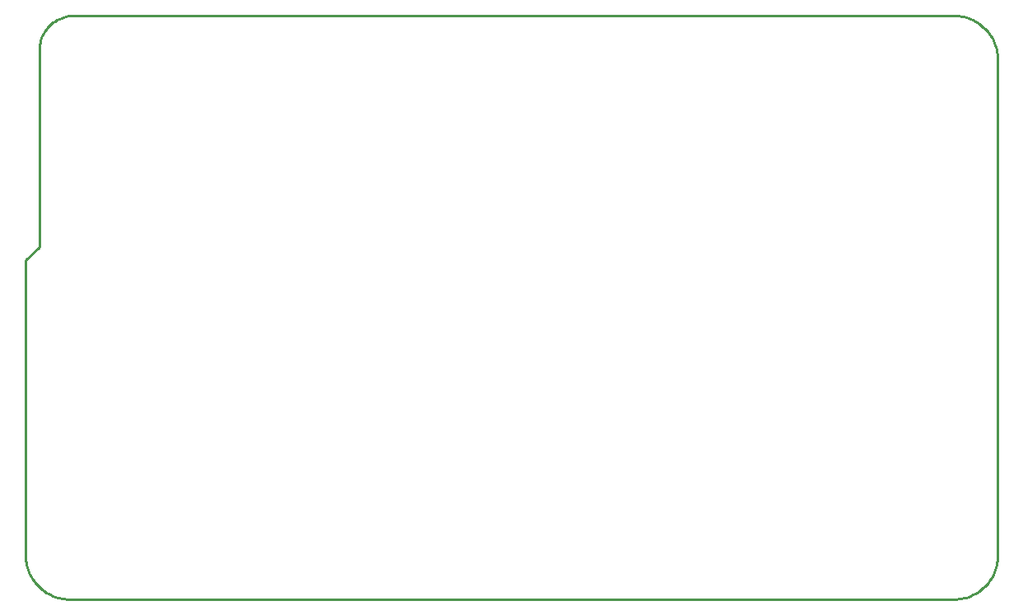
<source format=gko>
G04*
G04 #@! TF.GenerationSoftware,Altium Limited,Altium Designer,18.0.7 (293)*
G04*
G04 Layer_Color=16711935*
%FSLAX25Y25*%
%MOIN*%
G70*
G01*
G75*
%ADD15C,0.01000*%
D15*
X525591Y405905D02*
X525563Y406899D01*
X525479Y407889D01*
X525340Y408873D01*
X525146Y409848D01*
X524898Y410810D01*
X524596Y411757D01*
X524242Y412685D01*
X523836Y413592D01*
X523380Y414475D01*
X522875Y415331D01*
X522323Y416158D01*
X521725Y416952D01*
X521084Y417711D01*
X520401Y418433D01*
X519679Y419116D01*
X518920Y419757D01*
X518126Y420354D01*
X517300Y420906D01*
X516444Y421411D01*
X515561Y421868D01*
X514654Y422273D01*
X513725Y422628D01*
X512779Y422930D01*
X511816Y423178D01*
X510842Y423372D01*
X509858Y423511D01*
X508867Y423594D01*
X507874Y423622D01*
X507874Y187402D02*
X508867Y187429D01*
X509858Y187513D01*
X510842Y187652D01*
X511816Y187846D01*
X512779Y188094D01*
X513725Y188396D01*
X514654Y188750D01*
X515561Y189156D01*
X516444Y189612D01*
X517300Y190117D01*
X518126Y190669D01*
X518920Y191267D01*
X519679Y191908D01*
X520401Y192591D01*
X521084Y193313D01*
X521725Y194072D01*
X522323Y194866D01*
X522875Y195692D01*
X523380Y196548D01*
X523836Y197431D01*
X524242Y198338D01*
X524596Y199267D01*
X524898Y200214D01*
X525146Y201176D01*
X525340Y202151D01*
X525479Y203134D01*
X525563Y204125D01*
X525591Y205118D01*
X131890Y205117D02*
X131918Y204124D01*
X132002Y203134D01*
X132141Y202150D01*
X132335Y201175D01*
X132583Y200213D01*
X132885Y199266D01*
X133239Y198338D01*
X133645Y197431D01*
X134101Y196548D01*
X134606Y195692D01*
X135158Y194865D01*
X135756Y194071D01*
X136397Y193312D01*
X137080Y192590D01*
X137802Y191907D01*
X138561Y191266D01*
X139355Y190668D01*
X140181Y190116D01*
X141037Y189611D01*
X141920Y189155D01*
X142827Y188750D01*
X143756Y188395D01*
X144702Y188093D01*
X145665Y187845D01*
X146639Y187651D01*
X147623Y187512D01*
X148614Y187429D01*
X149607Y187401D01*
X151181Y423622D02*
X150198Y423587D01*
X149220Y423482D01*
X148252Y423307D01*
X147299Y423064D01*
X146366Y422753D01*
X145457Y422377D01*
X144577Y421937D01*
X143731Y421435D01*
X142923Y420874D01*
X142157Y420256D01*
X141437Y419586D01*
X140767Y418866D01*
X140150Y418100D01*
X139589Y417292D01*
X139087Y416446D01*
X138647Y415567D01*
X138270Y414658D01*
X137960Y413725D01*
X137716Y412772D01*
X137542Y411803D01*
X137437Y410825D01*
X137402Y409842D01*
X525591Y205118D02*
X525591Y405905D01*
X131890Y205118D02*
X131890Y324606D01*
X137402Y330118D01*
Y409842D01*
X151181Y423622D02*
X507874Y423621D01*
X149606Y187401D02*
X507874Y187401D01*
M02*

</source>
